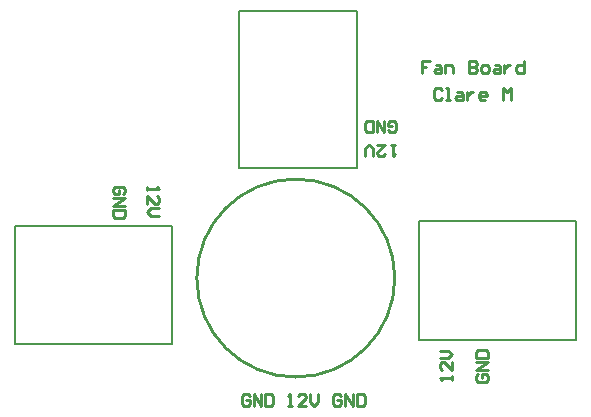
<source format=gto>
G04*
G04 #@! TF.GenerationSoftware,Altium Limited,Altium Designer,18.1.6 (161)*
G04*
G04 Layer_Color=65535*
%FSLAX44Y44*%
%MOMM*%
G71*
G01*
G75*
%ADD10C,0.2540*%
%ADD11C,0.2000*%
D10*
X581660Y518160D02*
G03*
X581660Y518160I-83820J0D01*
G01*
X351231Y588965D02*
X352897Y590632D01*
Y593964D01*
X351231Y595630D01*
X344566D01*
X342900Y593964D01*
Y590632D01*
X344566Y588965D01*
X347898D01*
Y592298D01*
X342900Y585633D02*
X352897D01*
X342900Y578969D01*
X352897D01*
Y575636D02*
X342900D01*
Y570638D01*
X344566Y568972D01*
X351231D01*
X352897Y570638D01*
Y575636D01*
X576265Y643179D02*
X577932Y641513D01*
X581264D01*
X582930Y643179D01*
Y649844D01*
X581264Y651510D01*
X577932D01*
X576265Y649844D01*
Y646512D01*
X579598D01*
X572933Y651510D02*
Y641513D01*
X566269Y651510D01*
Y641513D01*
X562936D02*
Y651510D01*
X557938D01*
X556272Y649844D01*
Y643179D01*
X557938Y641513D01*
X562936D01*
X652069Y437195D02*
X650403Y435528D01*
Y432196D01*
X652069Y430530D01*
X658734D01*
X660400Y432196D01*
Y435528D01*
X658734Y437195D01*
X655402D01*
Y433862D01*
X660400Y440527D02*
X650403D01*
X660400Y447191D01*
X650403D01*
Y450524D02*
X660400D01*
Y455522D01*
X658734Y457188D01*
X652069D01*
X650403Y455522D01*
Y450524D01*
X372110Y595630D02*
Y592298D01*
Y593964D01*
X382107D01*
X380441Y595630D01*
X372110Y580635D02*
Y587299D01*
X378774Y580635D01*
X380441D01*
X382107Y582301D01*
Y585633D01*
X380441Y587299D01*
X382107Y577303D02*
X375442D01*
X372110Y573970D01*
X375442Y570638D01*
X382107D01*
X581660Y631190D02*
X578328D01*
X579994D01*
Y621193D01*
X581660Y622859D01*
X566665Y631190D02*
X573329D01*
X566665Y624525D01*
Y622859D01*
X568331Y621193D01*
X571663D01*
X573329Y622859D01*
X563333Y621193D02*
Y627858D01*
X560000Y631190D01*
X556668Y627858D01*
Y621193D01*
X629920Y431800D02*
Y435132D01*
Y433466D01*
X619923D01*
X621589Y431800D01*
X629920Y446795D02*
Y440131D01*
X623256Y446795D01*
X621589D01*
X619923Y445129D01*
Y441797D01*
X621589Y440131D01*
X619923Y450127D02*
X626588D01*
X629920Y453460D01*
X626588Y456792D01*
X619923D01*
X621344Y677621D02*
X619678Y679287D01*
X616346D01*
X614680Y677621D01*
Y670956D01*
X616346Y669290D01*
X619678D01*
X621344Y670956D01*
X624677Y669290D02*
X628009D01*
X626343D01*
Y679287D01*
X624677D01*
X634674Y675955D02*
X638006D01*
X639672Y674288D01*
Y669290D01*
X634674D01*
X633007Y670956D01*
X634674Y672622D01*
X639672D01*
X643004Y675955D02*
Y669290D01*
Y672622D01*
X644670Y674288D01*
X646337Y675955D01*
X648003D01*
X657999Y669290D02*
X654667D01*
X653001Y670956D01*
Y674288D01*
X654667Y675955D01*
X657999D01*
X659666Y674288D01*
Y672622D01*
X653001D01*
X672995Y669290D02*
Y679287D01*
X676327Y675955D01*
X679659Y679287D01*
Y669290D01*
X611185Y702147D02*
X604520D01*
Y697148D01*
X607852D01*
X604520D01*
Y692150D01*
X616183Y698814D02*
X619515D01*
X621181Y697148D01*
Y692150D01*
X616183D01*
X614517Y693816D01*
X616183Y695482D01*
X621181D01*
X624514Y692150D02*
Y698814D01*
X629512D01*
X631178Y697148D01*
Y692150D01*
X644507Y702147D02*
Y692150D01*
X649505D01*
X651172Y693816D01*
Y695482D01*
X649505Y697148D01*
X644507D01*
X649505D01*
X651172Y698814D01*
Y700481D01*
X649505Y702147D01*
X644507D01*
X656170Y692150D02*
X659502D01*
X661168Y693816D01*
Y697148D01*
X659502Y698814D01*
X656170D01*
X654504Y697148D01*
Y693816D01*
X656170Y692150D01*
X666167Y698814D02*
X669499D01*
X671165Y697148D01*
Y692150D01*
X666167D01*
X664501Y693816D01*
X666167Y695482D01*
X671165D01*
X674498Y698814D02*
Y692150D01*
Y695482D01*
X676164Y697148D01*
X677830Y698814D01*
X679496D01*
X691159Y702147D02*
Y692150D01*
X686160D01*
X684494Y693816D01*
Y697148D01*
X686160Y698814D01*
X691159D01*
X536255Y418541D02*
X534588Y420207D01*
X531256D01*
X529590Y418541D01*
Y411876D01*
X531256Y410210D01*
X534588D01*
X536255Y411876D01*
Y415208D01*
X532922D01*
X539587Y410210D02*
Y420207D01*
X546251Y410210D01*
Y420207D01*
X549584D02*
Y410210D01*
X554582D01*
X556248Y411876D01*
Y418541D01*
X554582Y420207D01*
X549584D01*
X491490Y410210D02*
X494822D01*
X493156D01*
Y420207D01*
X491490Y418541D01*
X506485Y410210D02*
X499821D01*
X506485Y416875D01*
Y418541D01*
X504819Y420207D01*
X501487D01*
X499821Y418541D01*
X509817Y420207D02*
Y413542D01*
X513150Y410210D01*
X516482Y413542D01*
Y420207D01*
X458784Y418541D02*
X457118Y420207D01*
X453786D01*
X452120Y418541D01*
Y411876D01*
X453786Y410210D01*
X457118D01*
X458784Y411876D01*
Y415208D01*
X455452D01*
X462117Y410210D02*
Y420207D01*
X468781Y410210D01*
Y420207D01*
X472114D02*
Y410210D01*
X477112D01*
X478778Y411876D01*
Y418541D01*
X477112Y420207D01*
X472114D01*
D11*
X602270Y466090D02*
Y566420D01*
X735330D01*
Y466090D02*
Y566420D01*
X602270Y466090D02*
X735330D01*
X393410Y462280D02*
Y562610D01*
X260350Y462280D02*
X393410D01*
X260350D02*
Y562610D01*
X393410D01*
X449580Y611160D02*
X549910D01*
X449580D02*
Y744220D01*
X549910D01*
Y611160D02*
Y744220D01*
M02*

</source>
